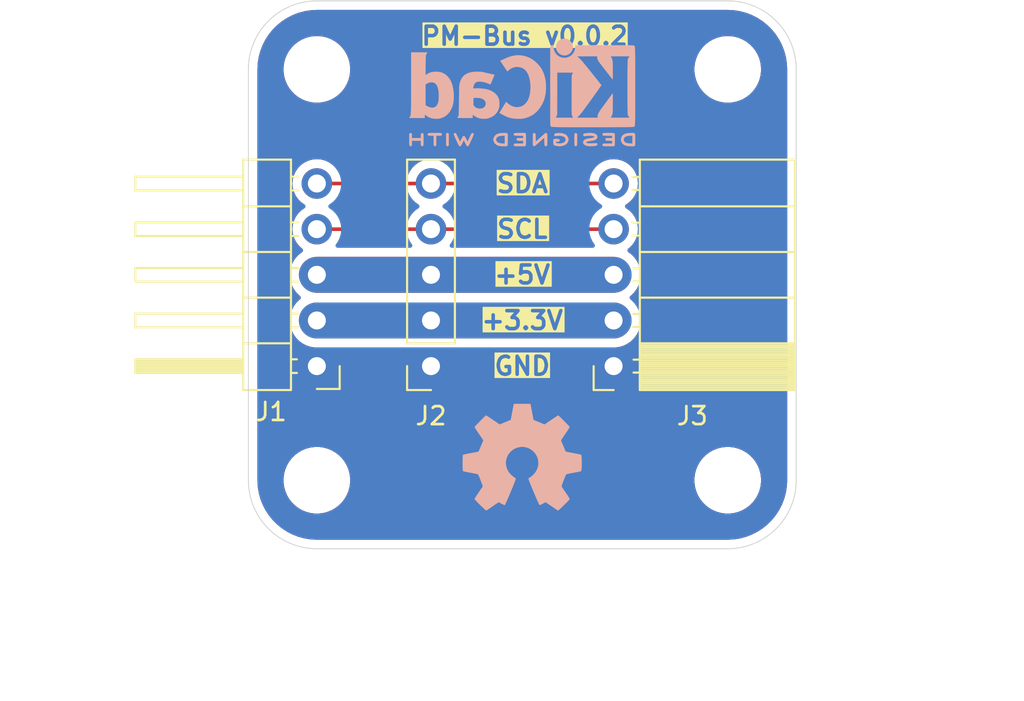
<source format=kicad_pcb>
(kicad_pcb (version 20240108) (generator "pcbnew") (generator_version "8.0")
  (layers (0 "F.Cu" signal) (31 "B.Cu" signal) (34 "B.Paste" user) (35 "F.Paste" user) (36 "B.SilkS" user "B.Silkscreen") (37 "F.SilkS" user "F.Silkscreen") (38 "B.Mask" user) (39 "F.Mask" user) (44 "Edge.Cuts" user))
  (net 0 "")
  (net 1 "+5V")
  (net 2 "GND")
  (net 3 "+3.3V")
  (net 4 "Net-(J1-Pin_4)")
  (net 5 "Net-(J1-Pin_5)")
  (footprint "MountingHole:MountingHole_3.2mm_M3" (layer "F.Cu") (at 64.77 80.01)
    (property "Reference" "H1" (hide yes))
    (property "Value" "MountingHole")
    (pad "" np_thru_hole circle (at 0 0) (size 3.2 3.2) (drill 3.2) (layers "*.Cu" "*.Mask"))
  )
  (footprint "Connector_PinSocket_2.54mm:PinSocket_1x05_P2.54mm_Vertical" (layer "F.Cu") (at 71.12 96.52 180)
    (property "Reference" "J2" (at 0 -2.77 0) (layer "F.SilkS"))
    (property "Value" "FemaleHeader_01x05_P2.54_THT_straight")
    (pad "1" thru_hole rect (at 0 0 180) (size 1.7 1.7) (drill 1) (layers "*.Cu" "*.Mask") (net 2 "GND"))
    (pad "2" thru_hole oval (at 0 2.54 180) (size 1.7 1.7) (drill 1) (layers "*.Cu" "*.Mask") (net 3 "+3.3V"))
    (pad "3" thru_hole oval (at 0 5.08 180) (size 1.7 1.7) (drill 1) (layers "*.Cu" "*.Mask") (net 1 "+5V"))
    (pad "4" thru_hole oval (at 0 7.62 180) (size 1.7 1.7) (drill 1) (layers "*.Cu" "*.Mask") (net 4 "Net-(J1-Pin_4)"))
    (pad "5" thru_hole oval (at 0 10.16 180) (size 1.7 1.7) (drill 1) (layers "*.Cu" "*.Mask") (net 5 "Net-(J1-Pin_5)"))
  )
  (footprint "MountingHole:MountingHole_3.2mm_M3" (layer "F.Cu") (at 87.63 102.87)
    (property "Reference" "H3" (hide yes))
    (property "Value" "MountingHole")
    (pad "" np_thru_hole circle (at 0 0) (size 3.2 3.2) (drill 3.2) (layers "*.Cu" "*.Mask"))
  )
  (footprint "Connector_PinSocket_2.54mm:PinSocket_1x05_P2.54mm_Horizontal" (layer "F.Cu") (at 81.28 96.52 180)
    (property "Reference" "J3" (at -4.38 -2.77 0) (layer "F.SilkS"))
    (property "Value" "FemaleHeader_01x05_P2.54_THT_angle")
    (pad "1" thru_hole rect (at 0 0 180) (size 1.7 1.7) (drill 1) (layers "*.Cu" "*.Mask") (net 2 "GND"))
    (pad "2" thru_hole oval (at 0 2.54 180) (size 1.7 1.7) (drill 1) (layers "*.Cu" "*.Mask") (net 3 "+3.3V"))
    (pad "3" thru_hole oval (at 0 5.08 180) (size 1.7 1.7) (drill 1) (layers "*.Cu" "*.Mask") (net 1 "+5V"))
    (pad "4" thru_hole oval (at 0 7.62 180) (size 1.7 1.7) (drill 1) (layers "*.Cu" "*.Mask") (net 4 "Net-(J1-Pin_4)"))
    (pad "5" thru_hole oval (at 0 10.16 180) (size 1.7 1.7) (drill 1) (layers "*.Cu" "*.Mask") (net 5 "Net-(J1-Pin_5)"))
  )
  (footprint "MountingHole:MountingHole_3.2mm_M3" (layer "F.Cu") (at 87.63 80.01)
    (property "Reference" "H2" (hide yes))
    (property "Value" "MountingHole")
    (pad "" np_thru_hole circle (at 0 0) (size 3.2 3.2) (drill 3.2) (layers "*.Cu" "*.Mask"))
  )
  (footprint "MountingHole:MountingHole_3.2mm_M3" (layer "F.Cu") (at 64.77 102.87)
    (property "Reference" "H4" (hide yes))
    (property "Value" "MountingHole")
    (pad "" np_thru_hole circle (at 0 0) (size 3.2 3.2) (drill 3.2) (layers "*.Cu" "*.Mask"))
  )
  (footprint "Connector_PinHeader_2.54mm:PinHeader_1x05_P2.54mm_Horizontal" (layer "F.Cu") (at 64.77 96.52 180)
    (property "Reference" "J1" (at 2.54 -2.54 0) (layer "F.SilkS"))
    (property "Value" "PinHeader_01x05_P2.54_THT_angle")
    (pad "1" thru_hole rect (at 0 0 180) (size 1.7 1.7) (drill 1) (layers "*.Cu" "*.Mask") (net 2 "GND"))
    (pad "2" thru_hole oval (at 0 2.54 180) (size 1.7 1.7) (drill 1) (layers "*.Cu" "*.Mask") (net 3 "+3.3V"))
    (pad "3" thru_hole oval (at 0 5.08 180) (size 1.7 1.7) (drill 1) (layers "*.Cu" "*.Mask") (net 1 "+5V"))
    (pad "4" thru_hole oval (at 0 7.62 180) (size 1.7 1.7) (drill 1) (layers "*.Cu" "*.Mask") (net 4 "Net-(J1-Pin_4)"))
    (pad "5" thru_hole oval (at 0 10.16 180) (size 1.7 1.7) (drill 1) (layers "*.Cu" "*.Mask") (net 5 "Net-(J1-Pin_5)"))
  )
  (footprint "Symbol:KiCad-Logo2_5mm_SilkScreen" (layer "B.Cu") (at 76.2 81.28 180)
    (property "Reference" "Logo_kicad" (hide yes))
    (property "Value" "KiCad-Logo2_5mm_SilkScreen" (hide yes))
  )
  (footprint "Symbol:OSHW-Symbol_6.7x6mm_SilkScreen" (layer "B.Cu") (at 76.2 101.6 180)
    (property "Reference" "REF**" (hide yes))
    (property "Value" "OSHW-Symbol_6.7x6mm_SilkScreen" (hide yes))
  )
  (gr_line (start 64.77 76.2) (end 87.63 76.2) (stroke (width 0.05)) (layer "Edge.Cuts"))
  (gr_arc (start 91.44 102.87) (mid 90.324077 105.564077) (end 87.63 106.68) (stroke (width 0.05)) (layer "Edge.Cuts"))
  (gr_arc (start 60.96 80.01) (mid 62.075923 77.315923) (end 64.77 76.2) (stroke (width 0.05)) (layer "Edge.Cuts"))
  (gr_line (start 87.63 106.68) (end 64.77 106.68) (stroke (width 0.05)) (layer "Edge.Cuts"))
  (gr_arc (start 87.63 76.2) (mid 90.324077 77.315923) (end 91.44 80.01) (stroke (width 0.05)) (layer "Edge.Cuts"))
  (gr_arc (start 64.77 106.68) (mid 62.075923 105.564077) (end 60.96 102.87) (stroke (width 0.05)) (layer "Edge.Cuts"))
  (gr_line (start 91.44 80.01) (end 91.44 102.87) (stroke (width 0.05)) (layer "Edge.Cuts"))
  (gr_line (start 60.96 102.87) (end 60.96 80.01) (stroke (width 0.05)) (layer "Edge.Cuts"))
  (gr_text "+3.3V" (at 76.2 93.98 0) (layer "F.SilkS" knockout) (effects (font (size 1 1) (thickness 0.2) (bold yes))))
  (gr_text "PM-Bus v0.0.2" (at 70.485 78.74 0) (layer "F.SilkS" knockout) (effects (font (size 1 1) (thickness 0.2) (bold yes)) (justify left bottom)))
  (gr_text "SCL" (at 76.2 88.9 0) (layer "F.SilkS" knockout) (effects (font (size 1 1) (thickness 0.2) (bold yes))))
  (gr_text "GND" (at 76.2 96.52 0) (layer "F.SilkS" knockout) (effects (font (size 1 1) (thickness 0.2) (bold yes))))
  (gr_text "SDA" (at 76.2 86.36 0) (layer "F.SilkS" knockout) (effects (font (size 1 1) (thickness 0.2) (bold yes))))
  (gr_text "+5V" (at 76.2 91.44 0) (layer "F.SilkS" knockout) (effects (font (size 1 1) (thickness 0.2) (bold yes))))
  (segment (start 64.77 91.44) (end 81.28 91.44) (width 2) (layer "F.Cu") (net 1))
  (segment (start 64.77 91.44) (end 81.28 91.44) (width 2) (layer "B.Cu") (net 1))
  (segment (start 64.77 93.98) (end 81.28 93.98) (width 2) (layer "F.Cu") (net 3))
  (segment (start 64.77 93.98) (end 81.28 93.98) (width 2) (layer "B.Cu") (net 3))
  (segment (start 64.77 88.9) (end 81.28 88.9) (width 0.2) (layer "F.Cu") (net 4))
  (segment (start 64.77 86.36) (end 81.28 86.36) (width 0.2) (layer "F.Cu") (net 5))
  (zone (net 2) (net_name "GND") (layers "F&B.Cu") (connect_pads yes (clearance 0.5)) (min_thickness 0.25) (fill yes (thermal_gap 0.5) (thermal_bridge_width 0.5))
    (polygon (pts (xy 60.96 76.2) (xy 91.44 76.2) (xy 91.44 106.68) (xy 60.96 106.68)))
  )
)
</source>
